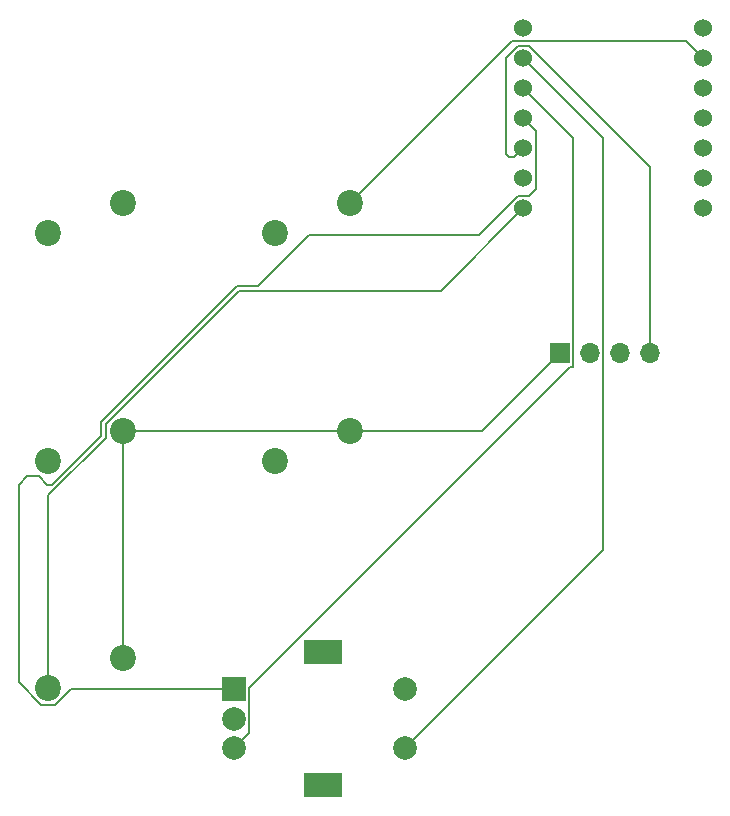
<source format=gbr>
%TF.GenerationSoftware,KiCad,Pcbnew,9.0.5*%
%TF.CreationDate,2025-12-10T21:52:01+05:30*%
%TF.ProjectId,macropad,6d616372-6f70-4616-942e-6b696361645f,rev?*%
%TF.SameCoordinates,Original*%
%TF.FileFunction,Copper,L2,Bot*%
%TF.FilePolarity,Positive*%
%FSLAX46Y46*%
G04 Gerber Fmt 4.6, Leading zero omitted, Abs format (unit mm)*
G04 Created by KiCad (PCBNEW 9.0.5) date 2025-12-10 21:52:01*
%MOMM*%
%LPD*%
G01*
G04 APERTURE LIST*
%TA.AperFunction,ComponentPad*%
%ADD10C,2.200000*%
%TD*%
%TA.AperFunction,ComponentPad*%
%ADD11R,2.000000X2.000000*%
%TD*%
%TA.AperFunction,ComponentPad*%
%ADD12C,2.000000*%
%TD*%
%TA.AperFunction,ComponentPad*%
%ADD13R,3.200000X2.000000*%
%TD*%
%TA.AperFunction,ComponentPad*%
%ADD14R,1.700000X1.700000*%
%TD*%
%TA.AperFunction,ComponentPad*%
%ADD15O,1.700000X1.700000*%
%TD*%
%TA.AperFunction,ComponentPad*%
%ADD16C,1.524000*%
%TD*%
%TA.AperFunction,Conductor*%
%ADD17C,0.200000*%
%TD*%
G04 APERTURE END LIST*
D10*
%TO.P,SW5,1,1*%
%TO.N,GND*%
X200430000Y-109640000D03*
%TO.P,SW5,2,2*%
%TO.N,Net-(U1-GPIO0{slash}TX)*%
X194080000Y-112180000D03*
%TD*%
%TO.P,SW2,1,1*%
%TO.N,GND*%
X219630000Y-71100000D03*
%TO.P,SW2,2,2*%
%TO.N,Net-(U1-GPIO2{slash}SCK)*%
X213280000Y-73640000D03*
%TD*%
D11*
%TO.P,SW6,A,A*%
%TO.N,Net-(U1-GPIO29{slash}ADC3{slash}A3)*%
X209800000Y-112270000D03*
D12*
%TO.P,SW6,B,B*%
%TO.N,Net-(U1-GPIO28{slash}ADC2{slash}A2)*%
X209800000Y-117270000D03*
%TO.P,SW6,C,C*%
%TO.N,GND*%
X209800000Y-114770000D03*
D13*
%TO.P,SW6,MP*%
%TO.N,N/C*%
X217300000Y-109170000D03*
X217300000Y-120370000D03*
D12*
%TO.P,SW6,S1,S1*%
%TO.N,Net-(U1-GPIO27{slash}ADC1{slash}A1)*%
X224300000Y-117270000D03*
%TO.P,SW6,S2,S2*%
%TO.N,GND*%
X224300000Y-112270000D03*
%TD*%
D10*
%TO.P,SW3,1,1*%
%TO.N,GND*%
X200380000Y-90390000D03*
%TO.P,SW3,2,2*%
%TO.N,Net-(U1-GPIO4{slash}MISO)*%
X194030000Y-92930000D03*
%TD*%
%TO.P,SW4,1,1*%
%TO.N,GND*%
X219630000Y-90390000D03*
%TO.P,SW4,2,2*%
%TO.N,Net-(U1-GPIO3{slash}MOSI)*%
X213280000Y-92930000D03*
%TD*%
D14*
%TO.P,Brd1,1,GND*%
%TO.N,GND*%
X237365000Y-83855000D03*
D15*
%TO.P,Brd1,2,VCC*%
%TO.N,Net-(Brd1-VCC)*%
X239905000Y-83855000D03*
%TO.P,Brd1,3,SCL*%
%TO.N,Net-(Brd1-SCL)*%
X242445000Y-83855000D03*
%TO.P,Brd1,4,SDA*%
%TO.N,Net-(Brd1-SDA)*%
X244985000Y-83855000D03*
%TD*%
D16*
%TO.P,U1,1,GPIO26/ADC0/A0*%
%TO.N,Net-(D1-DIN)*%
X234300000Y-56340000D03*
%TO.P,U1,2,GPIO27/ADC1/A1*%
%TO.N,Net-(U1-GPIO27{slash}ADC1{slash}A1)*%
X234300000Y-58880000D03*
%TO.P,U1,3,GPIO28/ADC2/A2*%
%TO.N,Net-(U1-GPIO28{slash}ADC2{slash}A2)*%
X234300000Y-61420000D03*
%TO.P,U1,4,GPIO29/ADC3/A3*%
%TO.N,Net-(U1-GPIO29{slash}ADC3{slash}A3)*%
X234300000Y-63960000D03*
%TO.P,U1,5,GPIO6/SDA*%
%TO.N,Net-(Brd1-SDA)*%
X234300000Y-66500000D03*
%TO.P,U1,6,GPIO7/SCL*%
%TO.N,Net-(Brd1-SCL)*%
X234300000Y-69040000D03*
%TO.P,U1,7,GPIO0/TX*%
%TO.N,Net-(U1-GPIO0{slash}TX)*%
X234300000Y-71580000D03*
%TO.P,U1,8,GPIO1/RX*%
%TO.N,Net-(U1-GPIO1{slash}RX)*%
X249540000Y-71580000D03*
%TO.P,U1,9,GPIO2/SCK*%
%TO.N,Net-(U1-GPIO2{slash}SCK)*%
X249540000Y-69040000D03*
%TO.P,U1,10,GPIO4/MISO*%
%TO.N,Net-(U1-GPIO4{slash}MISO)*%
X249540000Y-66500000D03*
%TO.P,U1,11,GPIO3/MOSI*%
%TO.N,Net-(U1-GPIO3{slash}MOSI)*%
X249540000Y-63960000D03*
%TO.P,U1,12,3V3*%
%TO.N,Net-(Brd1-VCC)*%
X249540000Y-61420000D03*
%TO.P,U1,13,GND*%
%TO.N,GND*%
X249540000Y-58880000D03*
%TO.P,U1,14,VBUS*%
%TO.N,+5V*%
X249540000Y-56340000D03*
%TD*%
D10*
%TO.P,SW1,1,1*%
%TO.N,GND*%
X200380000Y-71100000D03*
%TO.P,SW1,2,2*%
%TO.N,Net-(U1-GPIO1{slash}RX)*%
X194030000Y-73640000D03*
%TD*%
D17*
%TO.N,GND*%
X200380000Y-90390000D02*
X200430000Y-90440000D01*
X230830000Y-90390000D02*
X237365000Y-83855000D01*
X248076000Y-57416000D02*
X249540000Y-58880000D01*
X233314000Y-57416000D02*
X248076000Y-57416000D01*
X200430000Y-90440000D02*
X200430000Y-109640000D01*
X200380000Y-90390000D02*
X219630000Y-90390000D01*
X219630000Y-71100000D02*
X233314000Y-57416000D01*
X219630000Y-90390000D02*
X230830000Y-90390000D01*
%TO.N,Net-(U1-GPIO0{slash}TX)*%
X210257686Y-78531000D02*
X227349000Y-78531000D01*
X194080000Y-112180000D02*
X194080000Y-95869314D01*
X194080000Y-95869314D02*
X198979000Y-90970314D01*
X227349000Y-78531000D02*
X234300000Y-71580000D01*
X198979000Y-90970314D02*
X198979000Y-89809686D01*
X198979000Y-89809686D02*
X210257686Y-78531000D01*
%TO.N,Net-(U1-GPIO27{slash}ADC1{slash}A1)*%
X224300000Y-117270000D02*
X241056000Y-100514000D01*
X241056000Y-65636000D02*
X234300000Y-58880000D01*
X241056000Y-100514000D02*
X241056000Y-65636000D01*
%TO.N,Net-(U1-GPIO29{slash}ADC3{slash}A3)*%
X230547690Y-73829000D02*
X216116184Y-73829000D01*
X193499686Y-113581000D02*
X194660314Y-113581000D01*
X194409684Y-94972530D02*
X193961000Y-94972530D01*
X216116184Y-73829000D02*
X211815184Y-78130000D01*
X198578000Y-90804214D02*
X194409684Y-94972530D01*
X193961000Y-94972530D02*
X193257470Y-94269000D01*
X191559000Y-94972530D02*
X191559000Y-111640314D01*
X234740310Y-70517000D02*
X233859690Y-70517000D01*
X193257470Y-94269000D02*
X192262530Y-94269000D01*
X210091586Y-78130000D02*
X198578000Y-89643586D01*
X195971314Y-112270000D02*
X209800000Y-112270000D01*
X198578000Y-89643586D02*
X198578000Y-90804214D01*
X192262530Y-94269000D02*
X191559000Y-94972530D01*
X211815184Y-78130000D02*
X210091586Y-78130000D01*
X233859690Y-70517000D02*
X230547690Y-73829000D01*
X194660314Y-113581000D02*
X195971314Y-112270000D01*
X234300000Y-63960000D02*
X235363000Y-65023000D01*
X191559000Y-111640314D02*
X193499686Y-113581000D01*
X235363000Y-65023000D02*
X235363000Y-69894310D01*
X235363000Y-69894310D02*
X234740310Y-70517000D01*
%TO.N,Net-(U1-GPIO28{slash}ADC2{slash}A2)*%
X211101000Y-112167000D02*
X211101000Y-115969000D01*
X238516000Y-65636000D02*
X238516000Y-85006000D01*
X238262000Y-85006000D02*
X211101000Y-112167000D01*
X234300000Y-61420000D02*
X238516000Y-65636000D01*
X211101000Y-115969000D02*
X209800000Y-117270000D01*
X238516000Y-85006000D02*
X238262000Y-85006000D01*
%TO.N,Net-(Brd1-SDA)*%
X233859690Y-57817000D02*
X234740310Y-57817000D01*
X244985000Y-68061690D02*
X244985000Y-83855000D01*
X232836000Y-58840690D02*
X233859690Y-57817000D01*
X232836000Y-66977570D02*
X232836000Y-58840690D01*
X234740310Y-57817000D02*
X244985000Y-68061690D01*
X233120429Y-67261999D02*
X232836000Y-66977570D01*
X234300000Y-66500000D02*
X233538001Y-67261999D01*
X233538001Y-67261999D02*
X233120429Y-67261999D01*
%TD*%
M02*

</source>
